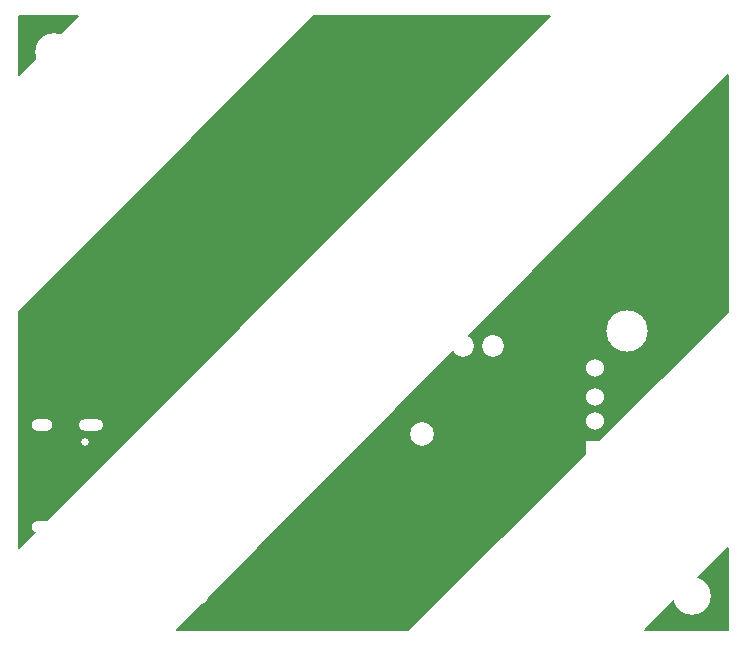
<source format=gbr>
%TF.GenerationSoftware,KiCad,Pcbnew,7.0.9*%
%TF.CreationDate,2023-12-12T13:04:41+02:00*%
%TF.ProjectId,ADuM3165_USB_ISOLATION,4144754d-3331-4363-955f-5553425f4953,rev?*%
%TF.SameCoordinates,Original*%
%TF.FileFunction,Legend,Bot*%
%TF.FilePolarity,Positive*%
%FSLAX46Y46*%
G04 Gerber Fmt 4.6, Leading zero omitted, Abs format (unit mm)*
G04 Created by KiCad (PCBNEW 7.0.9) date 2023-12-12 13:04:41*
%MOMM*%
%LPD*%
G01*
G04 APERTURE LIST*
%ADD10C,0.200000*%
%ADD11C,0.150000*%
%ADD12C,2.100000*%
%ADD13C,1.750000*%
%ADD14R,1.524000X1.524000*%
%ADD15C,1.524000*%
%ADD16C,3.500000*%
%ADD17C,0.650000*%
%ADD18O,2.100000X1.000000*%
%ADD19O,1.800000X1.000000*%
%ADD20C,3.200000*%
%ADD21C,2.000000*%
%ADD22R,1.850000X1.850000*%
%ADD23C,1.850000*%
G04 APERTURE END LIST*
D10*
X100000000Y-145000000D02*
X100000000Y-125000000D01*
X125000000Y-100000000D01*
X145000000Y-100000000D01*
X100000000Y-145000000D01*
G36*
X100000000Y-145000000D02*
G01*
X100000000Y-125000000D01*
X125000000Y-100000000D01*
X145000000Y-100000000D01*
X100000000Y-145000000D01*
G37*
D11*
X160000000Y-152000000D02*
X153000000Y-152000000D01*
X160000000Y-145000000D01*
X160000000Y-152000000D01*
G36*
X160000000Y-152000000D02*
G01*
X153000000Y-152000000D01*
X160000000Y-145000000D01*
X160000000Y-152000000D01*
G37*
X100000000Y-105000000D02*
X100000000Y-100000000D01*
X105000000Y-100000000D01*
X100000000Y-105000000D01*
G36*
X100000000Y-105000000D02*
G01*
X100000000Y-100000000D01*
X105000000Y-100000000D01*
X100000000Y-105000000D01*
G37*
D10*
X160000000Y-125000000D02*
X132900000Y-152000000D01*
X113400000Y-152000000D01*
X160000000Y-105000000D01*
X160000000Y-125000000D01*
G36*
X160000000Y-125000000D02*
G01*
X132900000Y-152000000D01*
X113400000Y-152000000D01*
X160000000Y-105000000D01*
X160000000Y-125000000D01*
G37*
%LPC*%
D12*
%TO.C,SW1*%
X116400000Y-146510000D03*
X109390000Y-146510000D03*
D13*
X115150000Y-149000000D03*
X110650000Y-149000000D03*
%TD*%
D14*
%TO.C,J3*%
X148800000Y-136750000D03*
D15*
X148800000Y-134250000D03*
X148800000Y-132250000D03*
X148800000Y-129750000D03*
D16*
X151510000Y-139820000D03*
X151510000Y-126680000D03*
%TD*%
D17*
%TO.C,J2*%
X105605000Y-136060000D03*
X105605000Y-141840000D03*
D18*
X106105000Y-134630000D03*
D19*
X101925000Y-134630000D03*
D18*
X106105000Y-143270000D03*
D19*
X101925000Y-143270000D03*
%TD*%
D20*
%TO.C,H3*%
X157000000Y-149100000D03*
%TD*%
%TO.C,H2*%
X157000000Y-103000000D03*
%TD*%
D17*
%TO.C,J1*%
X105605000Y-108860000D03*
X105605000Y-114640000D03*
D18*
X106105000Y-107430000D03*
D19*
X101925000Y-107430000D03*
D18*
X106105000Y-116070000D03*
D19*
X101925000Y-116070000D03*
%TD*%
D21*
%TO.C,C10*%
X133700000Y-123300000D03*
X126200000Y-123300000D03*
%TD*%
%TO.C,C3*%
X134100000Y-135350000D03*
X126600000Y-135350000D03*
%TD*%
D20*
%TO.C,H1*%
X103000000Y-149000000D03*
%TD*%
D22*
%TO.C,DCDC1*%
X124890000Y-127936600D03*
D23*
X127430000Y-127936600D03*
X132510000Y-127936600D03*
X135050000Y-127936600D03*
X137590000Y-127936600D03*
X140120000Y-127936600D03*
%TD*%
D20*
%TO.C,H4*%
X103000000Y-103000000D03*
%TD*%
%LPD*%
M02*

</source>
